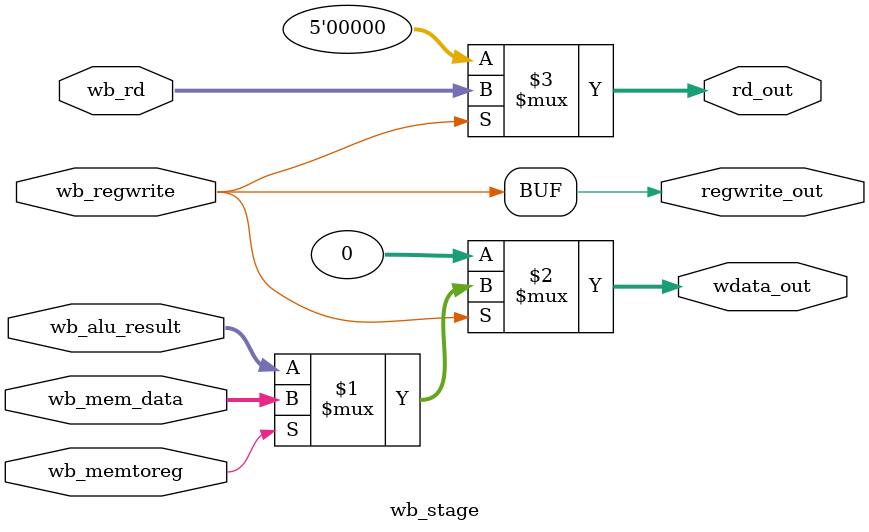
<source format=v>
`timescale 1ns / 1ps

module wb_stage (
    input  wire [31:0] wb_mem_data,
    input  wire [31:0] wb_alu_result,
    input  wire [4:0]  wb_rd,

    input  wire        wb_regwrite,
    input  wire        wb_memtoreg,

    output wire        regwrite_out,
    output wire [4:0]  rd_out,
    output wire [31:0] wdata_out
);

    // Writeback data (GUARDED)
    assign wdata_out = (wb_regwrite) ?
                       (wb_memtoreg ? wb_mem_data : wb_alu_result)
                       : 32'b0;

    // Register destination (GUARDED)
    assign rd_out = (wb_regwrite) ? wb_rd : 5'b0;

    // Write enable
    assign regwrite_out = wb_regwrite;

endmodule

</source>
